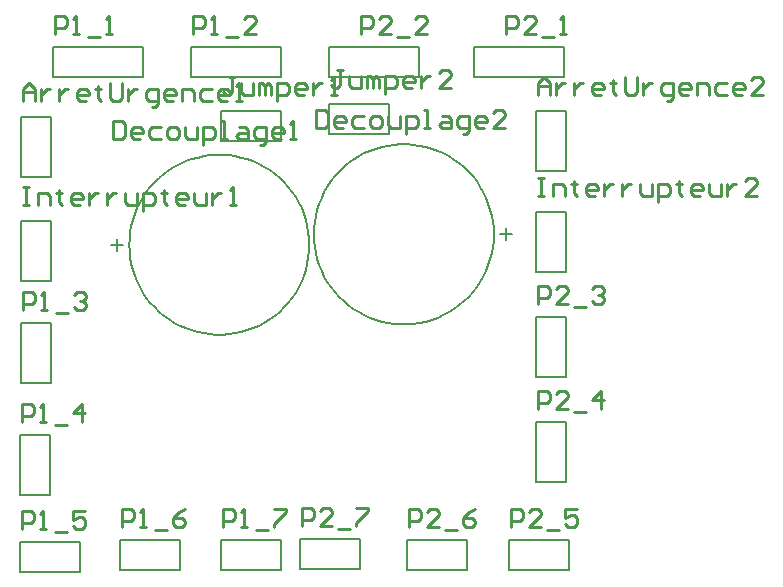
<source format=gto>
%FSDAX24Y24*%
%MOIN*%
%SFA1B1*%

%IPPOS*%
%ADD16C,0.007900*%
%ADD17C,0.010000*%
%ADD18C,0.005900*%
%LNcartepuissance-1*%
%LPD*%
G54D16*
X022750Y042250D02*
D01*
X022742Y042459*
X022720Y042667*
X022684Y042873*
X022633Y043076*
X022569Y043276*
X022490Y043470*
X022398Y043658*
X022294Y043839*
X022177Y044013*
X022048Y044178*
X021908Y044333*
X021757Y044479*
X021596Y044614*
X021427Y044737*
X021250Y044848*
X021065Y044946*
X020873Y045031*
X020677Y045103*
X020475Y045160*
X020270Y045204*
X020063Y045233*
X019854Y045248*
X019645*
X019436Y045233*
X019229Y045204*
X019024Y045160*
X018822Y045103*
X018626Y045031*
X018434Y044946*
X018249Y044848*
X018072Y044737*
X017903Y044614*
X017742Y044479*
X017591Y044333*
X017451Y044178*
X017322Y044013*
X017205Y043839*
X017101Y043658*
X017009Y043470*
X016930Y043276*
X016866Y043076*
X016815Y042873*
X016779Y042667*
X016757Y042459*
X016750Y042250*
X016757Y042040*
X016779Y041832*
X016815Y041626*
X016866Y041423*
X016930Y041223*
X017009Y041029*
X017101Y040841*
X017205Y040660*
X017322Y040486*
X017451Y040321*
X017591Y040166*
X017742Y040020*
X017903Y039885*
X018072Y039762*
X018250Y039651*
X018434Y039553*
X018626Y039468*
X018822Y039396*
X019024Y039339*
X019229Y039295*
X019436Y039266*
X019645Y039251*
X019854*
X020063Y039266*
X020270Y039295*
X020475Y039339*
X020677Y039396*
X020873Y039468*
X021065Y039553*
X021250Y039651*
X021427Y039762*
X021596Y039885*
X021757Y040020*
X021908Y040166*
X022048Y040321*
X022177Y040486*
X022294Y040660*
X022398Y040841*
X022490Y041029*
X022569Y041223*
X022633Y041423*
X022684Y041626*
X022720Y041832*
X022742Y042040*
X022750Y042250*
X016600Y041900D02*
D01*
X016592Y042109*
X016570Y042317*
X016534Y042523*
X016483Y042726*
X016419Y042926*
X016340Y043120*
X016248Y043308*
X016144Y043489*
X016027Y043663*
X015898Y043828*
X015758Y043983*
X015607Y044129*
X015446Y044264*
X015277Y044387*
X015100Y044498*
X014915Y044596*
X014723Y044681*
X014527Y044753*
X014325Y044810*
X014120Y044854*
X013913Y044883*
X013704Y044898*
X013495*
X013286Y044883*
X013079Y044854*
X012874Y044810*
X012672Y044753*
X012476Y044681*
X012284Y044596*
X012099Y044498*
X011922Y044387*
X011753Y044264*
X011592Y044129*
X011441Y043983*
X011301Y043828*
X011172Y043663*
X011055Y043489*
X010951Y043308*
X010859Y043120*
X010780Y042926*
X010716Y042726*
X010665Y042523*
X010629Y042317*
X010607Y042109*
X010600Y041900*
X010607Y041690*
X010629Y041482*
X010665Y041276*
X010716Y041073*
X010780Y040873*
X010859Y040679*
X010951Y040491*
X011055Y040310*
X011172Y040136*
X011301Y039971*
X011441Y039816*
X011592Y039670*
X011753Y039535*
X011922Y039412*
X012100Y039301*
X012284Y039203*
X012476Y039118*
X012672Y039046*
X012874Y038989*
X013079Y038945*
X013286Y038916*
X013495Y038901*
X013704*
X013913Y038916*
X014120Y038945*
X014325Y038989*
X014527Y039046*
X014723Y039118*
X014915Y039203*
X015100Y039301*
X015277Y039412*
X015446Y039535*
X015607Y039670*
X015758Y039816*
X015898Y039971*
X016027Y040136*
X016144Y040310*
X016248Y040491*
X016340Y040679*
X016419Y040873*
X016483Y041073*
X016534Y041276*
X016570Y041482*
X016592Y041690*
X016600Y041900*
X017250Y048500D02*
X020250D01*
X017250Y047500D02*
Y048500D01*
Y047500D02*
X020250D01*
Y048500*
X022100D02*
X025100D01*
X022100Y047500D02*
Y048500D01*
Y047500D02*
X025100D01*
Y048500*
X012650Y047500D02*
X015650D01*
Y048500*
X012650D02*
X015650D01*
X012650Y047500D02*
Y048500D01*
X008050Y047500D02*
X011050D01*
Y048500*
X008050D02*
X011050D01*
X008050Y047500D02*
Y048500D01*
X019250Y045600D02*
Y046600D01*
X017250Y045600D02*
X019250D01*
X017250D02*
Y046600D01*
X019250*
X013650Y045350D02*
Y046350D01*
X015650*
Y045350D02*
Y046350D01*
X013650Y045350D02*
X015650D01*
X024150Y046350D02*
X025150D01*
Y044350D02*
Y046350D01*
X024150Y044350D02*
X025150D01*
X024150D02*
Y046350D01*
X007000Y046150D02*
X008000D01*
Y044150D02*
Y046150D01*
X007000Y044150D02*
X008000D01*
X007000D02*
Y046150D01*
X024150Y043000D02*
X025150D01*
Y041000D02*
Y043000D01*
X024150Y041000D02*
X025150D01*
X024150D02*
Y043000D01*
X007000Y042700D02*
X008000D01*
Y040700D02*
Y042700D01*
X007000Y040700D02*
X008000D01*
X007000D02*
Y042700D01*
X024150Y039500D02*
X025150D01*
Y037500D02*
Y039500D01*
X024150Y037500D02*
X025150D01*
X024150D02*
Y039500D01*
X007000Y039300D02*
X008000D01*
Y037300D02*
Y039300D01*
X007000Y037300D02*
X008000D01*
X007000D02*
Y039300D01*
X024150Y036000D02*
X025150D01*
Y034000D02*
Y036000D01*
X024150Y034000D02*
X025150D01*
X024150D02*
Y036000D01*
X006950Y035550D02*
X007950D01*
Y033550D02*
Y035550D01*
X006950Y033550D02*
X007950D01*
X006950D02*
Y035550D01*
X025250Y031050D02*
Y032050D01*
X023250Y031050D02*
X025250D01*
X023250D02*
Y032050D01*
X025250*
X006950Y031000D02*
Y032000D01*
X008950*
Y031000D02*
Y032000D01*
X006950Y031000D02*
X008950D01*
X021850Y031050D02*
Y032050D01*
X019850Y031050D02*
X021850D01*
X019850D02*
Y032050D01*
X021850*
X010300Y031050D02*
Y032050D01*
X012300*
Y031050D02*
Y032050D01*
X010300Y031050D02*
X012300D01*
X018300Y031100D02*
Y032100D01*
X016300Y031100D02*
X018300D01*
X016300D02*
Y032100D01*
X018300*
X013650Y031050D02*
Y032050D01*
X015650*
Y031050D02*
Y032050D01*
X013650Y031050D02*
X015650D01*
G54D17*
X016815Y046385D02*
Y045785D01*
X017115*
X017215Y045885*
Y046285*
X017115Y046385*
X016815*
X017715Y045785D02*
X017515D01*
X017415Y045885*
Y046085*
X017515Y046185*
X017715*
X017815Y046085*
Y045985*
X017415*
X018414Y046185D02*
X018115D01*
X018015Y046085*
Y045885*
X018115Y045785*
X018414*
X018714D02*
X018914D01*
X019014Y045885*
Y046085*
X018914Y046185*
X018714*
X018614Y046085*
Y045885*
X018714Y045785*
X019214Y046185D02*
Y045885D01*
X019314Y045785*
X019614*
Y046185*
X019814Y045585D02*
Y046185D01*
X020114*
X020214Y046085*
Y045885*
X020114Y045785*
X019814*
X020414D02*
X020614D01*
X020514*
Y046385*
X020414*
X021014Y046185D02*
X021214D01*
X021314Y046085*
Y045785*
X021014*
X020914Y045885*
X021014Y045985*
X021314*
X021713Y045585D02*
X021813D01*
X021913Y045685*
Y046185*
X021613*
X021513Y046085*
Y045885*
X021613Y045785*
X021913*
X022413D02*
X022213D01*
X022113Y045885*
Y046085*
X022213Y046185*
X022413*
X022513Y046085*
Y045985*
X022113*
X023113Y045785D02*
X022713D01*
X023113Y046185*
Y046285*
X023013Y046385*
X022813*
X022713Y046285*
X007060Y039740D02*
Y040340D01*
X007360*
X007460Y040240*
Y040040*
X007360Y039940*
X007060*
X007660Y039740D02*
X007860D01*
X007760*
Y040340*
X007660Y040240*
X008160Y039640D02*
X008560D01*
X008759Y040240D02*
X008859Y040340D01*
X009059*
X009159Y040240*
Y040140*
X009059Y040040*
X008959*
X009059*
X009159Y039940*
Y039840*
X009059Y039740*
X008859*
X008759Y039840*
X024210Y039940D02*
Y040540D01*
X024510*
X024610Y040440*
Y040240*
X024510Y040140*
X024210*
X025210Y039940D02*
X024810D01*
X025210Y040340*
Y040440*
X025110Y040540*
X024910*
X024810Y040440*
X025410Y039840D02*
X025809D01*
X026009Y040440D02*
X026109Y040540D01*
X026309*
X026409Y040440*
Y040340*
X026309Y040240*
X026209*
X026309*
X026409Y040140*
Y040040*
X026309Y039940*
X026109*
X026009Y040040*
X007010Y035990D02*
Y036590D01*
X007310*
X007410Y036490*
Y036290*
X007310Y036190*
X007010*
X007610Y035990D02*
X007810D01*
X007710*
Y036590*
X007610Y036490*
X008110Y035890D02*
X008510D01*
X009009Y035990D02*
Y036590D01*
X008709Y036290*
X009109*
X007010Y032440D02*
Y033040D01*
X007310*
X007410Y032940*
Y032740*
X007310Y032640*
X007010*
X007610Y032440D02*
X007810D01*
X007710*
Y033040*
X007610Y032940*
X008110Y032340D02*
X008510D01*
X009109Y033040D02*
X008709D01*
Y032740*
X008909Y032840*
X009009*
X009109Y032740*
Y032540*
X009009Y032440*
X008809*
X008709Y032540*
X024210Y036440D02*
Y037040D01*
X024510*
X024610Y036940*
Y036740*
X024510Y036640*
X024210*
X025210Y036440D02*
X024810D01*
X025210Y036840*
Y036940*
X025110Y037040*
X024910*
X024810Y036940*
X025410Y036340D02*
X025809D01*
X026309Y036440D02*
Y037040D01*
X026009Y036740*
X026409*
X023310Y032490D02*
Y033090D01*
X023610*
X023710Y032990*
Y032790*
X023610Y032690*
X023310*
X024310Y032490D02*
X023910D01*
X024310Y032890*
Y032990*
X024210Y033090*
X024010*
X023910Y032990*
X024510Y032390D02*
X024909D01*
X025509Y033090D02*
X025109D01*
Y032790*
X025309Y032890*
X025409*
X025509Y032790*
Y032590*
X025409Y032490*
X025209*
X025109Y032590*
X010360Y032490D02*
Y033090D01*
X010660*
X010760Y032990*
Y032790*
X010660Y032690*
X010360*
X010960Y032490D02*
X011160D01*
X011060*
Y033090*
X010960Y032990*
X011460Y032390D02*
X011860D01*
X012459Y033090D02*
X012259Y032990D01*
X012059Y032790*
Y032590*
X012159Y032490*
X012359*
X012459Y032590*
Y032690*
X012359Y032790*
X012059*
X013710Y032490D02*
Y033090D01*
X014010*
X014110Y032990*
Y032790*
X014010Y032690*
X013710*
X014310Y032490D02*
X014510D01*
X014410*
Y033090*
X014310Y032990*
X014810Y032390D02*
X015210D01*
X015409Y033090D02*
X015809D01*
Y032990*
X015409Y032590*
Y032490*
X019910D02*
Y033090D01*
X020210*
X020310Y032990*
Y032790*
X020210Y032690*
X019910*
X020910Y032490D02*
X020510D01*
X020910Y032890*
Y032990*
X020810Y033090*
X020610*
X020510Y032990*
X021110Y032390D02*
X021509D01*
X022109Y033090D02*
X021909Y032990D01*
X021709Y032790*
Y032590*
X021809Y032490*
X022009*
X022109Y032590*
Y032690*
X022009Y032790*
X021709*
X016360Y032540D02*
Y033140D01*
X016660*
X016760Y033040*
Y032840*
X016660Y032740*
X016360*
X017360Y032540D02*
X016960D01*
X017360Y032940*
Y033040*
X017260Y033140*
X017060*
X016960Y033040*
X017560Y032440D02*
X017959D01*
X018159Y033140D02*
X018559D01*
Y033040*
X018159Y032640*
Y032540*
X018310Y048940D02*
Y049540D01*
X018610*
X018710Y049440*
Y049240*
X018610Y049140*
X018310*
X019310Y048940D02*
X018910D01*
X019310Y049340*
Y049440*
X019210Y049540*
X019010*
X018910Y049440*
X019510Y048840D02*
X019909D01*
X020509Y048940D02*
X020109D01*
X020509Y049340*
Y049440*
X020409Y049540*
X020209*
X020109Y049440*
X023160Y048940D02*
Y049540D01*
X023460*
X023560Y049440*
Y049240*
X023460Y049140*
X023160*
X024160Y048940D02*
X023760D01*
X024160Y049340*
Y049440*
X024060Y049540*
X023860*
X023760Y049440*
X024360Y048840D02*
X024759D01*
X024959Y048940D02*
X025159D01*
X025059*
Y049540*
X024959Y049440*
X012710Y048940D02*
Y049540D01*
X013010*
X013110Y049440*
Y049240*
X013010Y049140*
X012710*
X013310Y048940D02*
X013510D01*
X013410*
Y049540*
X013310Y049440*
X013810Y048840D02*
X014210D01*
X014809Y048940D02*
X014409D01*
X014809Y049340*
Y049440*
X014709Y049540*
X014509*
X014409Y049440*
X008115Y048935D02*
Y049535D01*
X008415*
X008515Y049435*
Y049235*
X008415Y049135*
X008115*
X008715Y048935D02*
X008915D01*
X008815*
Y049535*
X008715Y049435*
X009215Y048835D02*
X009615D01*
X009814Y048935D02*
X010014D01*
X009914*
Y049535*
X009814Y049435*
X017710Y047740D02*
X017510D01*
X017610*
Y047240*
X017510Y047140*
X017410*
X017310Y047240*
X017910Y047540D02*
Y047240D01*
X018010Y047140*
X018310*
Y047540*
X018510Y047140D02*
Y047540D01*
X018610*
X018710Y047440*
Y047140*
Y047440*
X018810Y047540*
X018909Y047440*
Y047140*
X019109Y046940D02*
Y047540D01*
X019409*
X019509Y047440*
Y047240*
X019409Y047140*
X019109*
X020009D02*
X019809D01*
X019709Y047240*
Y047440*
X019809Y047540*
X020009*
X020109Y047440*
Y047340*
X019709*
X020309Y047540D02*
Y047140D01*
Y047340*
X020409Y047440*
X020509Y047540*
X020609*
X021309Y047140D02*
X020909D01*
X021309Y047540*
Y047640*
X021209Y047740*
X021009*
X020909Y047640*
X014110Y047490D02*
X013910D01*
X014010*
Y046990*
X013910Y046890*
X013810*
X013710Y046990*
X014310Y047290D02*
Y046990D01*
X014410Y046890*
X014710*
Y047290*
X014910Y046890D02*
Y047290D01*
X015010*
X015110Y047190*
Y046890*
Y047190*
X015210Y047290*
X015309Y047190*
Y046890*
X015509Y046690D02*
Y047290D01*
X015809*
X015909Y047190*
Y046990*
X015809Y046890*
X015509*
X016409D02*
X016209D01*
X016109Y046990*
Y047190*
X016209Y047290*
X016409*
X016509Y047190*
Y047090*
X016109*
X016709Y047290D02*
Y046890D01*
Y047090*
X016809Y047190*
X016909Y047290*
X017009*
X017309Y046890D02*
X017509D01*
X017409*
Y047490*
X017309Y047390*
X024215Y044135D02*
X024415D01*
X024315*
Y043535*
X024215*
X024415*
X024715D02*
Y043935D01*
X025015*
X025115Y043835*
Y043535*
X025415Y044035D02*
Y043935D01*
X025315*
X025515*
X025415*
Y043635*
X025515Y043535*
X026114D02*
X025914D01*
X025814Y043635*
Y043835*
X025914Y043935*
X026114*
X026214Y043835*
Y043735*
X025814*
X026414Y043935D02*
Y043535D01*
Y043735*
X026514Y043835*
X026614Y043935*
X026714*
X027014D02*
Y043535D01*
Y043735*
X027114Y043835*
X027214Y043935*
X027314*
X027614D02*
Y043635D01*
X027714Y043535*
X028014*
Y043935*
X028214Y043335D02*
Y043935D01*
X028514*
X028614Y043835*
Y043635*
X028514Y043535*
X028214*
X028913Y044035D02*
Y043935D01*
X028814*
X029013*
X028913*
Y043635*
X029013Y043535*
X029613D02*
X029413D01*
X029313Y043635*
Y043835*
X029413Y043935*
X029613*
X029713Y043835*
Y043735*
X029313*
X029913Y043935D02*
Y043635D01*
X030013Y043535*
X030313*
Y043935*
X030513D02*
Y043535D01*
Y043735*
X030613Y043835*
X030713Y043935*
X030813*
X031513Y043535D02*
X031113D01*
X031513Y043935*
Y044035*
X031413Y044135*
X031213*
X031113Y044035*
X007065Y043835D02*
X007265D01*
X007165*
Y043235*
X007065*
X007265*
X007565D02*
Y043635D01*
X007865*
X007965Y043535*
Y043235*
X008265Y043735D02*
Y043635D01*
X008165*
X008365*
X008265*
Y043335*
X008365Y043235*
X008964D02*
X008764D01*
X008664Y043335*
Y043535*
X008764Y043635*
X008964*
X009064Y043535*
Y043435*
X008664*
X009264Y043635D02*
Y043235D01*
Y043435*
X009364Y043535*
X009464Y043635*
X009564*
X009864D02*
Y043235D01*
Y043435*
X009964Y043535*
X010064Y043635*
X010164*
X010464D02*
Y043335D01*
X010564Y043235*
X010864*
Y043635*
X011064Y043035D02*
Y043635D01*
X011364*
X011464Y043535*
Y043335*
X011364Y043235*
X011064*
X011763Y043735D02*
Y043635D01*
X011664*
X011863*
X011763*
Y043335*
X011863Y043235*
X012463D02*
X012263D01*
X012163Y043335*
Y043535*
X012263Y043635*
X012463*
X012563Y043535*
Y043435*
X012163*
X012763Y043635D02*
Y043335D01*
X012863Y043235*
X013163*
Y043635*
X013363D02*
Y043235D01*
Y043435*
X013463Y043535*
X013563Y043635*
X013663*
X013963Y043235D02*
X014163D01*
X014063*
Y043835*
X013963Y043735*
X010050Y046040D02*
Y045440D01*
X010350*
X010450Y045540*
Y045940*
X010350Y046040*
X010050*
X010950Y045440D02*
X010750D01*
X010650Y045540*
Y045740*
X010750Y045840*
X010950*
X011050Y045740*
Y045640*
X010650*
X011649Y045840D02*
X011350D01*
X011250Y045740*
Y045540*
X011350Y045440*
X011649*
X011949D02*
X012149D01*
X012249Y045540*
Y045740*
X012149Y045840*
X011949*
X011849Y045740*
Y045540*
X011949Y045440*
X012449Y045840D02*
Y045540D01*
X012549Y045440*
X012849*
Y045840*
X013049Y045240D02*
Y045840D01*
X013349*
X013449Y045740*
Y045540*
X013349Y045440*
X013049*
X013649D02*
X013849D01*
X013749*
Y046040*
X013649*
X014249Y045840D02*
X014449D01*
X014549Y045740*
Y045440*
X014249*
X014149Y045540*
X014249Y045640*
X014549*
X014948Y045240D02*
X015048D01*
X015148Y045340*
Y045840*
X014848*
X014748Y045740*
Y045540*
X014848Y045440*
X015148*
X015648D02*
X015448D01*
X015348Y045540*
Y045740*
X015448Y045840*
X015648*
X015748Y045740*
Y045640*
X015348*
X015948Y045440D02*
X016148D01*
X016048*
Y046040*
X015948Y045940*
X024215Y046885D02*
Y047285D01*
X024415Y047485*
X024615Y047285*
Y046885*
Y047185*
X024215*
X024815Y047285D02*
Y046885D01*
Y047085*
X024915Y047185*
X025015Y047285*
X025115*
X025415D02*
Y046885D01*
Y047085*
X025515Y047185*
X025615Y047285*
X025715*
X026314Y046885D02*
X026114D01*
X026014Y046985*
Y047185*
X026114Y047285*
X026314*
X026414Y047185*
Y047085*
X026014*
X026714Y047385D02*
Y047285D01*
X026614*
X026814*
X026714*
Y046985*
X026814Y046885*
X027114Y047485D02*
Y046985D01*
X027214Y046885*
X027414*
X027514Y046985*
Y047485*
X027714Y047285D02*
Y046885D01*
Y047085*
X027814Y047185*
X027914Y047285*
X028014*
X028514Y046685D02*
X028614D01*
X028714Y046785*
Y047285*
X028414*
X028314Y047185*
Y046985*
X028414Y046885*
X028714*
X029213D02*
X029013D01*
X028913Y046985*
Y047185*
X029013Y047285*
X029213*
X029313Y047185*
Y047085*
X028913*
X029513Y046885D02*
Y047285D01*
X029813*
X029913Y047185*
Y046885*
X030513Y047285D02*
X030213D01*
X030113Y047185*
Y046985*
X030213Y046885*
X030513*
X031013D02*
X030813D01*
X030713Y046985*
Y047185*
X030813Y047285*
X031013*
X031113Y047185*
Y047085*
X030713*
X031713Y046885D02*
X031313D01*
X031713Y047285*
Y047385*
X031613Y047485*
X031413*
X031313Y047385*
X007065Y046685D02*
Y047085D01*
X007265Y047285*
X007465Y047085*
Y046685*
Y046985*
X007065*
X007665Y047085D02*
Y046685D01*
Y046885*
X007765Y046985*
X007865Y047085*
X007965*
X008265D02*
Y046685D01*
Y046885*
X008365Y046985*
X008465Y047085*
X008565*
X009164Y046685D02*
X008964D01*
X008864Y046785*
Y046985*
X008964Y047085*
X009164*
X009264Y046985*
Y046885*
X008864*
X009564Y047185D02*
Y047085D01*
X009464*
X009664*
X009564*
Y046785*
X009664Y046685*
X009964Y047285D02*
Y046785D01*
X010064Y046685*
X010264*
X010364Y046785*
Y047285*
X010564Y047085D02*
Y046685D01*
Y046885*
X010664Y046985*
X010764Y047085*
X010864*
X011364Y046485D02*
X011464D01*
X011564Y046585*
Y047085*
X011264*
X011164Y046985*
Y046785*
X011264Y046685*
X011564*
X012063D02*
X011863D01*
X011763Y046785*
Y046985*
X011863Y047085*
X012063*
X012163Y046985*
Y046885*
X011763*
X012363Y046685D02*
Y047085D01*
X012663*
X012763Y046985*
Y046685*
X013363Y047085D02*
X013063D01*
X012963Y046985*
Y046785*
X013063Y046685*
X013363*
X013863D02*
X013663D01*
X013563Y046785*
Y046985*
X013663Y047085*
X013863*
X013963Y046985*
Y046885*
X013563*
X014163Y046685D02*
X014363D01*
X014263*
Y047285*
X014163Y047185*
G54D18*
X022952Y042255D02*
X023345D01*
X023148Y042452D02*
Y042058D01*
X010398Y041895D02*
X010005D01*
X010202Y041698D02*
Y042092D01*
M02*
</source>
